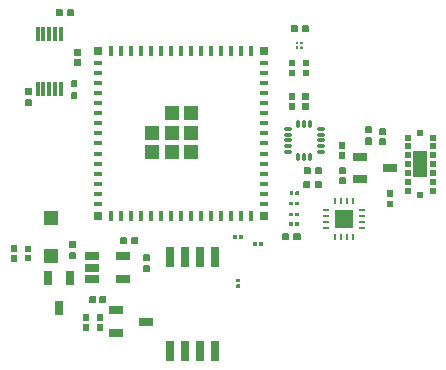
<source format=gtp>
G04 Layer: TopPasteMaskLayer*
G04 Panelize: , Column: 1, Row: 1, Board Size: 43.14mm x 33.02mm, Panelized Board Size: 43.14mm x 33.02mm*
G04 EasyEDA v6.5.42, 2024-06-18 11:53:45*
G04 3ed26e891263433bbece19e77b9ceb9f,9a4ed40c0dd746429eaf55b84663d2fb,10*
G04 Gerber Generator version 0.2*
G04 Scale: 100 percent, Rotated: No, Reflected: No *
G04 Dimensions in millimeters *
G04 leading zeros omitted , absolute positions ,4 integer and 5 decimal *
%FSLAX45Y45*%
%MOMM*%

%AMMACRO1*21,1,$1,$2,0,0,$3*%
%AMMACRO2*4,1,4,-0.2,0.4001,0.2,0.4001,0.2,-0.4001,-0.2,-0.4001,-0.2,0.4001,0*%
%AMMACRO3*4,1,4,-0.1999,0.4001,0.1999,0.4001,0.1999,-0.4001,-0.1999,-0.4001,-0.1999,0.4001,0*%
%AMMACRO4*4,1,4,-0.2,0.4,0.2,0.4,0.2,-0.4,-0.2,-0.4,-0.2,0.4,0*%
%AMMACRO5*4,1,4,-0.1999,0.4,0.1999,0.4,0.1999,-0.4,-0.1999,-0.4,-0.1999,0.4,0*%
%ADD10R,1.1999X1.1999*%
%ADD11R,1.2500X0.7000*%
%ADD12R,1.2000X1.2000*%
%ADD13R,0.7112X1.7406*%
%ADD14R,0.7000X1.2500*%
%ADD15MACRO1,0.6223X1.1049X-90.0000*%
%ADD16R,0.6000X0.5000*%
%ADD17R,0.3000X1.3000*%
%ADD18R,0.2500X0.6000*%
%ADD19R,0.6000X0.2500*%
%ADD20R,1.5000X1.5000*%
%ADD21O,0.7999984X0.2800096*%
%ADD22O,0.2800096X0.7999984*%
%ADD23R,0.8001X0.8001*%
%ADD24MACRO2*%
%ADD25MACRO3*%
%ADD26R,0.8001X0.4001*%
%ADD27MACRO4*%
%ADD28MACRO5*%
%ADD29R,0.5000X0.5000*%
%ADD30R,1.2000X2.3160*%
%ADD31R,0.0132X2.3160*%

%LPD*%
G36*
X-412089Y-526338D02*
G01*
X-416102Y-530352D01*
X-416102Y-580390D01*
X-412089Y-584403D01*
X-366115Y-584403D01*
X-362102Y-580390D01*
X-362102Y-530352D01*
X-366115Y-526338D01*
G37*
G36*
X-412089Y-611378D02*
G01*
X-416102Y-615391D01*
X-416102Y-665480D01*
X-412089Y-669442D01*
X-366115Y-669442D01*
X-362102Y-665480D01*
X-362102Y-615391D01*
X-366115Y-611378D01*
G37*
G36*
X-530606Y-612292D02*
G01*
X-534619Y-616305D01*
X-534619Y-666343D01*
X-530606Y-670356D01*
X-484581Y-670356D01*
X-480618Y-666343D01*
X-480618Y-616305D01*
X-484581Y-612292D01*
G37*
G36*
X-530606Y-527253D02*
G01*
X-534619Y-531215D01*
X-534619Y-581304D01*
X-530606Y-585317D01*
X-484581Y-585317D01*
X-480618Y-581304D01*
X-480618Y-531215D01*
X-484581Y-527253D01*
G37*
G36*
X-17678Y-112826D02*
G01*
X-22707Y-119786D01*
X-22707Y-167792D01*
X-17678Y-172821D01*
X27279Y-172821D01*
X32308Y-167792D01*
X32308Y-119786D01*
X27279Y-112826D01*
G37*
G36*
X-17678Y-16814D02*
G01*
X-22707Y-21793D01*
X-22707Y-69799D01*
X-17678Y-76809D01*
X27279Y-76809D01*
X32308Y-69799D01*
X32308Y-21793D01*
X27279Y-16814D01*
G37*
G36*
X-474675Y-375005D02*
G01*
X-478688Y-379018D01*
X-478688Y-424992D01*
X-474675Y-429006D01*
X-424586Y-429006D01*
X-420624Y-424992D01*
X-420624Y-379018D01*
X-424586Y-375005D01*
G37*
G36*
X-389585Y-375005D02*
G01*
X-393598Y-379018D01*
X-393598Y-424992D01*
X-389585Y-429006D01*
X-339547Y-429006D01*
X-335534Y-424992D01*
X-335534Y-379018D01*
X-339547Y-375005D01*
G37*
G36*
X1218184Y255320D02*
G01*
X1215796Y252882D01*
X1215796Y225298D01*
X1218184Y222910D01*
X1244600Y222910D01*
X1246987Y225298D01*
X1246987Y252882D01*
X1244600Y255320D01*
G37*
G36*
X1265580Y255320D02*
G01*
X1263192Y252882D01*
X1263192Y225298D01*
X1265580Y222910D01*
X1291996Y222910D01*
X1294384Y225298D01*
X1294384Y252882D01*
X1291996Y255320D01*
G37*
G36*
X1217422Y334314D02*
G01*
X1215034Y331927D01*
X1215034Y304292D01*
X1217422Y301904D01*
X1243838Y301904D01*
X1246225Y304292D01*
X1246225Y331927D01*
X1243838Y334314D01*
G37*
G36*
X1264818Y334314D02*
G01*
X1262430Y331927D01*
X1262430Y304292D01*
X1264818Y301904D01*
X1291234Y301904D01*
X1293622Y304292D01*
X1293622Y331927D01*
X1291234Y334314D01*
G37*
G36*
X1216660Y427278D02*
G01*
X1214272Y424840D01*
X1214272Y397256D01*
X1216660Y394868D01*
X1243076Y394868D01*
X1245463Y397256D01*
X1245463Y424840D01*
X1243076Y427278D01*
G37*
G36*
X1264056Y427278D02*
G01*
X1261668Y424840D01*
X1261668Y397256D01*
X1264056Y394868D01*
X1290472Y394868D01*
X1292860Y397256D01*
X1292860Y424840D01*
X1290472Y427278D01*
G37*
G36*
X1219962Y513384D02*
G01*
X1217574Y510997D01*
X1217574Y483362D01*
X1219962Y480974D01*
X1246378Y480974D01*
X1248765Y483362D01*
X1248765Y510997D01*
X1246378Y513384D01*
G37*
G36*
X1267358Y513384D02*
G01*
X1264970Y510997D01*
X1264970Y483362D01*
X1267358Y480974D01*
X1293774Y480974D01*
X1296162Y483362D01*
X1296162Y510997D01*
X1293774Y513384D01*
G37*
G36*
X-1015390Y1390700D02*
G01*
X-1020368Y1385671D01*
X-1020368Y1337665D01*
X-1015390Y1330655D01*
X-970381Y1330655D01*
X-965403Y1337665D01*
X-965403Y1385671D01*
X-970381Y1390700D01*
G37*
G36*
X-1015390Y1294688D02*
G01*
X-1020368Y1287678D01*
X-1020368Y1239672D01*
X-1015390Y1234694D01*
X-970381Y1234694D01*
X-965403Y1239672D01*
X-965403Y1287678D01*
X-970381Y1294688D01*
G37*
G36*
X-1140866Y58623D02*
G01*
X-1144879Y54610D01*
X-1144879Y4572D01*
X-1140866Y558D01*
X-1094841Y558D01*
X-1090879Y4572D01*
X-1090879Y54610D01*
X-1094841Y58623D01*
G37*
G36*
X-1140866Y-26466D02*
G01*
X-1144879Y-30480D01*
X-1144879Y-80518D01*
X-1140866Y-84531D01*
X-1094841Y-84531D01*
X-1090879Y-80518D01*
X-1090879Y-30480D01*
X-1094841Y-26466D01*
G37*
G36*
X-213969Y127050D02*
G01*
X-218998Y122072D01*
X-218998Y77063D01*
X-213969Y72085D01*
X-165963Y72085D01*
X-158953Y77063D01*
X-158953Y122072D01*
X-165963Y127050D01*
G37*
G36*
X-115976Y127050D02*
G01*
X-122986Y122072D01*
X-122986Y77063D01*
X-115976Y72085D01*
X-67970Y72085D01*
X-62991Y77063D01*
X-62991Y122072D01*
X-67970Y127050D01*
G37*
G36*
X-641502Y97536D02*
G01*
X-646480Y92557D01*
X-646480Y44551D01*
X-641502Y37541D01*
X-596493Y37541D01*
X-591515Y44551D01*
X-591515Y92557D01*
X-596493Y97536D01*
G37*
G36*
X-641502Y1574D02*
G01*
X-646480Y-5435D01*
X-646480Y-53441D01*
X-641502Y-58419D01*
X-596493Y-58419D01*
X-591515Y-53441D01*
X-591515Y-5435D01*
X-596493Y1574D01*
G37*
G36*
X1327810Y1921459D02*
G01*
X1320800Y1916430D01*
X1320800Y1871421D01*
X1327810Y1866442D01*
X1375816Y1866442D01*
X1380794Y1871421D01*
X1380794Y1916430D01*
X1375816Y1921459D01*
G37*
G36*
X1229817Y1921459D02*
G01*
X1224838Y1916430D01*
X1224838Y1871421D01*
X1229817Y1866442D01*
X1277823Y1866442D01*
X1284833Y1871421D01*
X1284833Y1916430D01*
X1277823Y1921459D01*
G37*
G36*
X-629462Y1357376D02*
G01*
X-634492Y1350365D01*
X-634492Y1302359D01*
X-629462Y1297381D01*
X-584504Y1297381D01*
X-579475Y1302359D01*
X-579475Y1350365D01*
X-584504Y1357376D01*
G37*
G36*
X-629462Y1453388D02*
G01*
X-634492Y1448358D01*
X-634492Y1400352D01*
X-629462Y1393342D01*
X-584504Y1393342D01*
X-579475Y1400352D01*
X-579475Y1448358D01*
X-584504Y1453388D01*
G37*
G36*
X-601014Y1719478D02*
G01*
X-605028Y1715465D01*
X-605028Y1665427D01*
X-601014Y1661414D01*
X-555040Y1661414D01*
X-551027Y1665427D01*
X-551027Y1715465D01*
X-555040Y1719478D01*
G37*
G36*
X-601014Y1634388D02*
G01*
X-605028Y1630426D01*
X-605028Y1580337D01*
X-601014Y1576324D01*
X-555040Y1576324D01*
X-551027Y1580337D01*
X-551027Y1630426D01*
X-555040Y1634388D01*
G37*
G36*
X1340104Y717042D02*
G01*
X1335074Y712063D01*
X1335074Y667054D01*
X1340104Y662076D01*
X1388059Y662076D01*
X1395069Y667054D01*
X1395069Y712063D01*
X1388059Y717042D01*
G37*
G36*
X1438097Y717042D02*
G01*
X1431086Y712063D01*
X1431086Y667054D01*
X1438097Y662076D01*
X1486103Y662076D01*
X1491081Y667054D01*
X1491081Y712063D01*
X1486103Y717042D01*
G37*
G36*
X1212291Y1262329D02*
G01*
X1208278Y1258316D01*
X1208278Y1208278D01*
X1212291Y1204264D01*
X1258265Y1204264D01*
X1262278Y1208278D01*
X1262278Y1258316D01*
X1258265Y1262329D01*
G37*
G36*
X1212291Y1347419D02*
G01*
X1208278Y1343406D01*
X1208278Y1293317D01*
X1212291Y1289354D01*
X1258265Y1289354D01*
X1262278Y1293317D01*
X1262278Y1343406D01*
X1258265Y1347419D01*
G37*
G36*
X1329385Y1263599D02*
G01*
X1325372Y1259586D01*
X1325372Y1209548D01*
X1329385Y1205534D01*
X1375359Y1205534D01*
X1379372Y1209548D01*
X1379372Y1259586D01*
X1375359Y1263599D01*
G37*
G36*
X1329385Y1348689D02*
G01*
X1325372Y1344676D01*
X1325372Y1294587D01*
X1329385Y1290624D01*
X1375359Y1290624D01*
X1379372Y1294587D01*
X1379372Y1344676D01*
X1375359Y1348689D01*
G37*
G36*
X1338072Y599948D02*
G01*
X1333042Y594969D01*
X1333042Y549960D01*
X1338072Y544982D01*
X1386027Y544982D01*
X1393037Y549960D01*
X1393037Y594969D01*
X1386027Y599948D01*
G37*
G36*
X1436065Y599948D02*
G01*
X1429054Y594969D01*
X1429054Y549960D01*
X1436065Y544982D01*
X1484071Y544982D01*
X1489049Y549960D01*
X1489049Y594969D01*
X1484071Y599948D01*
G37*
G36*
X913485Y84277D02*
G01*
X911098Y81889D01*
X911098Y54305D01*
X913485Y51917D01*
X939901Y51917D01*
X942289Y54305D01*
X942289Y81889D01*
X939901Y84277D01*
G37*
G36*
X960882Y84277D02*
G01*
X958494Y81889D01*
X958494Y54305D01*
X960882Y51917D01*
X987298Y51917D01*
X989685Y54305D01*
X989685Y81889D01*
X987298Y84277D01*
G37*
G36*
X743102Y144576D02*
G01*
X740664Y142189D01*
X740664Y114604D01*
X743102Y112217D01*
X769518Y112217D01*
X771906Y114604D01*
X771906Y142189D01*
X769518Y144576D01*
G37*
G36*
X790498Y144576D02*
G01*
X788111Y142189D01*
X788111Y114604D01*
X790498Y112217D01*
X816914Y112217D01*
X819302Y114604D01*
X819302Y142189D01*
X816914Y144576D01*
G37*
G36*
X769518Y-273608D02*
G01*
X767080Y-275996D01*
X767080Y-302412D01*
X769518Y-304800D01*
X797102Y-304800D01*
X799490Y-302412D01*
X799490Y-275996D01*
X797102Y-273608D01*
G37*
G36*
X769518Y-226161D02*
G01*
X767080Y-228600D01*
X767080Y-255016D01*
X769518Y-257403D01*
X797102Y-257403D01*
X799490Y-255016D01*
X799490Y-228600D01*
X797102Y-226161D01*
G37*
G36*
X1310284Y1781556D02*
G01*
X1308252Y1779524D01*
X1308252Y1763522D01*
X1310284Y1761540D01*
X1326286Y1761540D01*
X1328267Y1763522D01*
X1328267Y1779524D01*
X1326286Y1781556D01*
G37*
G36*
X1310284Y1741525D02*
G01*
X1308252Y1739544D01*
X1308252Y1723542D01*
X1310284Y1721561D01*
X1326286Y1721561D01*
X1328267Y1723542D01*
X1328267Y1739544D01*
X1326286Y1741525D01*
G37*
G36*
X1270254Y1781556D02*
G01*
X1268272Y1779524D01*
X1268272Y1763522D01*
X1270254Y1761540D01*
X1286256Y1761540D01*
X1288288Y1763522D01*
X1288288Y1779524D01*
X1286256Y1781556D01*
G37*
G36*
X1270254Y1741525D02*
G01*
X1268272Y1739544D01*
X1268272Y1723542D01*
X1270254Y1721561D01*
X1286256Y1721561D01*
X1288288Y1723542D01*
X1288288Y1739544D01*
X1286256Y1741525D01*
G37*
G36*
X1213561Y1544726D02*
G01*
X1209548Y1540764D01*
X1209548Y1490675D01*
X1213561Y1486662D01*
X1259535Y1486662D01*
X1263548Y1490675D01*
X1263548Y1540764D01*
X1259535Y1544726D01*
G37*
G36*
X1213561Y1629816D02*
G01*
X1209548Y1625803D01*
X1209548Y1575765D01*
X1213561Y1571752D01*
X1259535Y1571752D01*
X1263548Y1575765D01*
X1263548Y1625803D01*
X1259535Y1629816D01*
G37*
G36*
X1333449Y1544472D02*
G01*
X1329436Y1540510D01*
X1329436Y1490421D01*
X1333449Y1486408D01*
X1379423Y1486408D01*
X1383436Y1490421D01*
X1383436Y1540510D01*
X1379423Y1544472D01*
G37*
G36*
X1333449Y1629562D02*
G01*
X1329436Y1625549D01*
X1329436Y1575511D01*
X1333449Y1571498D01*
X1379423Y1571498D01*
X1383436Y1575511D01*
X1383436Y1625549D01*
X1379423Y1629562D01*
G37*
G36*
X-660704Y2057654D02*
G01*
X-667715Y2052675D01*
X-667715Y2007666D01*
X-660704Y2002688D01*
X-612698Y2002688D01*
X-607720Y2007666D01*
X-607720Y2052675D01*
X-612698Y2057654D01*
G37*
G36*
X-758698Y2057654D02*
G01*
X-763727Y2052675D01*
X-763727Y2007666D01*
X-758698Y2002688D01*
X-710692Y2002688D01*
X-703732Y2007666D01*
X-703732Y2052675D01*
X-710692Y2057654D01*
G37*
G36*
X1257096Y157378D02*
G01*
X1250086Y152400D01*
X1250086Y107391D01*
X1257096Y102412D01*
X1305102Y102412D01*
X1310081Y107391D01*
X1310081Y152400D01*
X1305102Y157378D01*
G37*
G36*
X1159103Y157378D02*
G01*
X1154074Y152400D01*
X1154074Y107391D01*
X1159103Y102412D01*
X1207109Y102412D01*
X1214120Y107391D01*
X1214120Y152400D01*
X1207109Y157378D01*
G37*
G36*
X1638706Y846023D02*
G01*
X1634693Y842010D01*
X1634693Y791921D01*
X1638706Y787958D01*
X1684680Y787958D01*
X1688693Y791921D01*
X1688693Y842010D01*
X1684680Y846023D01*
G37*
G36*
X1638706Y931062D02*
G01*
X1634693Y927049D01*
X1634693Y877011D01*
X1638706Y872998D01*
X1684680Y872998D01*
X1688693Y877011D01*
X1688693Y927049D01*
X1684680Y931062D01*
G37*
G36*
X2044293Y521258D02*
G01*
X2040280Y517245D01*
X2040280Y467207D01*
X2044293Y463194D01*
X2090318Y463194D01*
X2094280Y467207D01*
X2094280Y517245D01*
X2090318Y521258D01*
G37*
G36*
X2044293Y436219D02*
G01*
X2040280Y432206D01*
X2040280Y382117D01*
X2044293Y378155D01*
X2090318Y378155D01*
X2094280Y382117D01*
X2094280Y432206D01*
X2090318Y436219D01*
G37*
G36*
X1981301Y1048359D02*
G01*
X1977288Y1044346D01*
X1977288Y994308D01*
X1981301Y990295D01*
X2027275Y990295D01*
X2031288Y994308D01*
X2031288Y1044346D01*
X2027275Y1048359D01*
G37*
G36*
X1981301Y963320D02*
G01*
X1977288Y959307D01*
X1977288Y909218D01*
X1981301Y905256D01*
X2027275Y905256D01*
X2031288Y909218D01*
X2031288Y959307D01*
X2027275Y963320D01*
G37*
G36*
X1640789Y717753D02*
G01*
X1636776Y713740D01*
X1636776Y663702D01*
X1640789Y659688D01*
X1686814Y659688D01*
X1690776Y663702D01*
X1690776Y713740D01*
X1686814Y717753D01*
G37*
G36*
X1640789Y632714D02*
G01*
X1636776Y628700D01*
X1636776Y578612D01*
X1640789Y574649D01*
X1686814Y574649D01*
X1690776Y578612D01*
X1690776Y628700D01*
X1686814Y632714D01*
G37*
G36*
X1863598Y1066190D02*
G01*
X1858619Y1061212D01*
X1858619Y1013206D01*
X1863598Y1006195D01*
X1908606Y1006195D01*
X1913585Y1013206D01*
X1913585Y1061212D01*
X1908606Y1066190D01*
G37*
G36*
X1863598Y970178D02*
G01*
X1858619Y963218D01*
X1858619Y915212D01*
X1863598Y910183D01*
X1908606Y910183D01*
X1913585Y915212D01*
X1913585Y963218D01*
X1908606Y970178D01*
G37*
D10*
G01*
X52250Y1011953D03*
G01*
X52250Y846955D03*
G01*
X217248Y846955D03*
G01*
X382247Y846955D03*
G01*
X382247Y1011953D03*
G01*
X382247Y1176952D03*
G01*
X217248Y1176952D03*
G01*
X217248Y1011953D03*
D11*
G01*
X180Y-588906D03*
G01*
X-249781Y-683902D03*
G01*
X-249781Y-493910D03*
D12*
G01*
X-801621Y289196D03*
G01*
X-801621Y-30792D03*
D13*
G01*
X208206Y-836937D03*
G01*
X335206Y-836937D03*
G01*
X462206Y-836937D03*
G01*
X589206Y-836937D03*
G01*
X589206Y-37879D03*
G01*
X462206Y-37879D03*
G01*
X335206Y-37879D03*
G01*
X208206Y-37879D03*
D14*
G01*
X-734387Y-471177D03*
G01*
X-829383Y-221241D03*
G01*
X-639391Y-221241D03*
D15*
G01*
X-195882Y-225788D03*
G01*
X-195882Y-35847D03*
G01*
X-455876Y-35821D03*
G01*
X-455876Y-130741D03*
G01*
X-455876Y-225788D03*
D16*
G01*
X-997963Y-52204D03*
G01*
X-997963Y27805D03*
D17*
G01*
X-916759Y1377104D03*
G01*
X-866772Y1377104D03*
G01*
X-816785Y1377104D03*
G01*
X-766772Y1377104D03*
G01*
X-716760Y1377104D03*
G01*
X-716785Y1847080D03*
G01*
X-766772Y1847080D03*
G01*
X-816759Y1847080D03*
G01*
X-866772Y1847080D03*
G01*
X-916785Y1847080D03*
D18*
G01*
X1602767Y129100D03*
G01*
X1652780Y129100D03*
G01*
X1702767Y129100D03*
G01*
X1752780Y129100D03*
D19*
G01*
X1827608Y204284D03*
G01*
X1827608Y254297D03*
G01*
X1827608Y304284D03*
G01*
X1827608Y354296D03*
D18*
G01*
X1752627Y429099D03*
G01*
X1702615Y429099D03*
G01*
X1652628Y429099D03*
G01*
X1602767Y429099D03*
D19*
G01*
X1527609Y354296D03*
G01*
X1527609Y304284D03*
G01*
X1527609Y254297D03*
G01*
X1527609Y204284D03*
D20*
G01*
X1677621Y279087D03*
D21*
G01*
X1481889Y844618D03*
G01*
X1481889Y894631D03*
G01*
X1481889Y944618D03*
G01*
X1481889Y994630D03*
G01*
X1481889Y1044618D03*
D22*
G01*
X1391871Y1084623D03*
G01*
X1341884Y1084623D03*
G01*
X1291871Y1084623D03*
D21*
G01*
X1201879Y1044618D03*
G01*
X1201879Y994630D03*
G01*
X1201879Y944618D03*
G01*
X1201879Y894631D03*
G01*
X1201879Y844618D03*
D22*
G01*
X1291871Y804638D03*
G01*
X1341884Y804638D03*
G01*
X1391871Y804638D03*
D23*
G01*
X-402993Y1704306D03*
D24*
G01*
X-298002Y1704306D03*
G01*
X-212989Y1704306D03*
G01*
X-128000Y1704306D03*
G01*
X-42986Y1704306D03*
G01*
X42001Y1704306D03*
D25*
G01*
X127002Y1704306D03*
D24*
G01*
X212003Y1704306D03*
G01*
X382005Y1704306D03*
D25*
G01*
X297004Y1704306D03*
G01*
X467006Y1704306D03*
D24*
G01*
X552008Y1704306D03*
G01*
X636996Y1704306D03*
G01*
X722010Y1704306D03*
G01*
X806998Y1704306D03*
G01*
X892012Y1704306D03*
D23*
G01*
X997003Y1704306D03*
D26*
G01*
X997003Y1599303D03*
G01*
X997003Y1514314D03*
G01*
X997003Y1429326D03*
G01*
X997003Y1344312D03*
G01*
X997003Y1259298D03*
G01*
X997003Y1174310D03*
G01*
X997003Y1089296D03*
G01*
X997003Y1004333D03*
G01*
X997003Y919319D03*
G01*
X997003Y834306D03*
G01*
X997003Y749317D03*
G01*
X997003Y664303D03*
G01*
X997003Y579315D03*
G01*
X997003Y494301D03*
G01*
X997003Y409313D03*
D23*
G01*
X997003Y304309D03*
D27*
G01*
X892012Y304309D03*
G01*
X806998Y304309D03*
G01*
X722010Y304309D03*
G01*
X636996Y304309D03*
G01*
X552008Y304309D03*
D28*
G01*
X467006Y304309D03*
D27*
G01*
X382005Y304309D03*
D28*
G01*
X297004Y304309D03*
D27*
G01*
X212003Y304309D03*
D28*
G01*
X127002Y304309D03*
D27*
G01*
X42001Y304309D03*
G01*
X-42986Y304309D03*
G01*
X-128000Y304309D03*
G01*
X-212989Y304309D03*
G01*
X-298002Y304309D03*
D23*
G01*
X-402993Y304309D03*
D26*
G01*
X-402993Y409313D03*
G01*
X-402993Y494301D03*
G01*
X-402993Y579315D03*
G01*
X-402993Y664303D03*
G01*
X-402993Y749317D03*
G01*
X-402993Y834306D03*
G01*
X-402993Y919319D03*
G01*
X-402993Y1004333D03*
G01*
X-402993Y1089296D03*
G01*
X-402993Y1174310D03*
G01*
X-402993Y1259298D03*
G01*
X-402993Y1344312D03*
G01*
X-402993Y1429326D03*
G01*
X-402993Y1599303D03*
G01*
X-402993Y1514314D03*
D29*
G01*
X2217473Y518965D03*
G01*
X2217473Y593971D03*
G01*
X2217473Y668952D03*
G01*
X2217473Y743958D03*
G01*
X2217473Y818964D03*
G01*
X2217473Y893970D03*
G01*
X2217473Y968951D03*
G01*
X2322476Y478960D03*
D30*
G01*
X2322476Y743958D03*
D29*
G01*
X2322476Y1008956D03*
G01*
X2427455Y518965D03*
G01*
X2427455Y593971D03*
G01*
X2427455Y668952D03*
G01*
X2427455Y743958D03*
G01*
X2427455Y818964D03*
G01*
X2427455Y893970D03*
G01*
X2427455Y968951D03*
D11*
G01*
X2065657Y709490D03*
G01*
X1815721Y614494D03*
G01*
X1815721Y804486D03*
M02*

</source>
